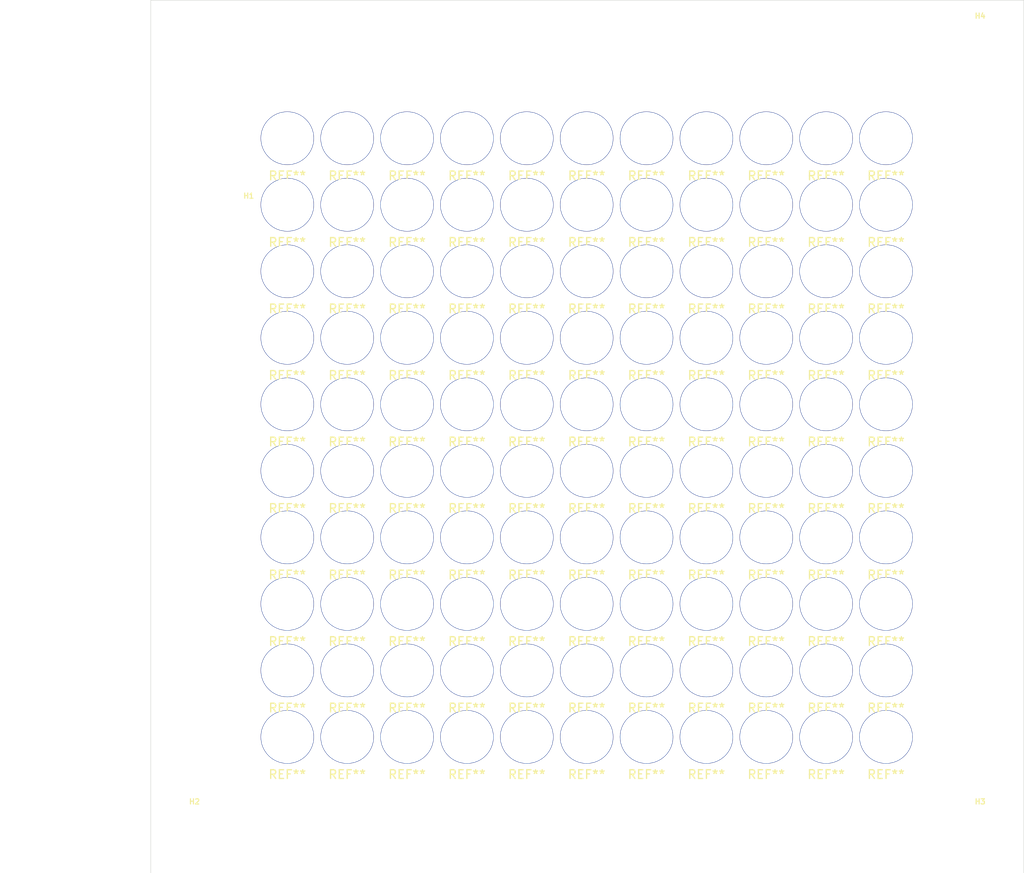
<source format=kicad_pcb>
(kicad_pcb (version 20171130) (host pcbnew "(5.1.4)-1")

  (general
    (thickness 1.6)
    (drawings 9)
    (tracks 0)
    (zones 0)
    (modules 114)
    (nets 1)
  )

  (page A4)
  (layers
    (0 F.Cu signal)
    (31 B.Cu signal)
    (32 B.Adhes user)
    (33 F.Adhes user)
    (34 B.Paste user)
    (35 F.Paste user)
    (36 B.SilkS user)
    (37 F.SilkS user)
    (38 B.Mask user)
    (39 F.Mask user)
    (40 Dwgs.User user)
    (41 Cmts.User user)
    (42 Eco1.User user)
    (43 Eco2.User user hide)
    (44 Edge.Cuts user)
    (45 Margin user)
    (46 B.CrtYd user hide)
    (47 F.CrtYd user hide)
    (48 B.Fab user hide)
    (49 F.Fab user hide)
  )

  (setup
    (last_trace_width 0.25)
    (trace_clearance 0.2)
    (zone_clearance 0.1524)
    (zone_45_only no)
    (trace_min 0.1524)
    (via_size 0.8)
    (via_drill 0.4)
    (via_min_size 0.6)
    (via_min_drill 0.3)
    (uvia_size 0.3)
    (uvia_drill 0.1)
    (uvias_allowed no)
    (uvia_min_size 0.2)
    (uvia_min_drill 0.1)
    (edge_width 0.05)
    (segment_width 0.13)
    (pcb_text_width 0.13)
    (pcb_text_size 0.6 0.6)
    (mod_edge_width 0.13)
    (mod_text_size 0.6 0.6)
    (mod_text_width 0.13)
    (pad_size 6 6)
    (pad_drill 3)
    (pad_to_mask_clearance 0.051)
    (solder_mask_min_width 0.25)
    (aux_axis_origin 99 139)
    (grid_origin 99 139)
    (visible_elements 7FFFFFFF)
    (pcbplotparams
      (layerselection 0x010fc_ffffffff)
      (usegerberextensions false)
      (usegerberattributes false)
      (usegerberadvancedattributes false)
      (creategerberjobfile false)
      (excludeedgelayer true)
      (linewidth 0.100000)
      (plotframeref false)
      (viasonmask false)
      (mode 1)
      (useauxorigin false)
      (hpglpennumber 1)
      (hpglpenspeed 20)
      (hpglpendiameter 15.000000)
      (psnegative false)
      (psa4output false)
      (plotreference true)
      (plotvalue true)
      (plotinvisibletext false)
      (padsonsilk false)
      (subtractmaskfromsilk false)
      (outputformat 1)
      (mirror false)
      (drillshape 0)
      (scaleselection 1)
      (outputdirectory "../fabrication/v0.2.0/"))
  )

  (net 0 "")

  (net_class Default "This is the default net class."
    (clearance 0.2)
    (trace_width 0.25)
    (via_dia 0.8)
    (via_drill 0.4)
    (uvia_dia 0.3)
    (uvia_drill 0.1)
  )

  (net_class 24V ""
    (clearance 0.2)
    (trace_width 0.25)
    (via_dia 0.8)
    (via_drill 0.4)
    (uvia_dia 0.3)
    (uvia_drill 0.1)
  )

  (net_class 3V3 ""
    (clearance 0.2)
    (trace_width 0.25)
    (via_dia 0.8)
    (via_drill 0.4)
    (uvia_dia 0.3)
    (uvia_drill 0.1)
  )

  (net_class 5V ""
    (clearance 0.2)
    (trace_width 0.25)
    (via_dia 0.8)
    (via_drill 0.4)
    (uvia_dia 0.3)
    (uvia_drill 0.1)
  )

  (module william_fab:ws2812b-mini_hole (layer F.Cu) (tedit 5DF1ACF3) (tstamp 5DF2560D)
    (at 84.2172 84.39)
    (fp_text reference REF** (at 0 4.3) (layer F.SilkS)
      (effects (font (size 1 1) (thickness 0.15)))
    )
    (fp_text value ws2812b-mini_hole (at 0.3 -6.35) (layer F.Fab)
      (effects (font (size 1 1) (thickness 0.15)))
    )
    (pad 1 thru_hole circle (at 0 0) (size 6.1 6.1) (drill 6) (layers *.Cu *.Mask))
  )

  (module william_fab:ws2812b-mini_hole (layer F.Cu) (tedit 5DF1ACF3) (tstamp 5DF25605)
    (at 77.3592 84.39)
    (fp_text reference REF** (at 0 4.3) (layer F.SilkS)
      (effects (font (size 1 1) (thickness 0.15)))
    )
    (fp_text value ws2812b-mini_hole (at 0.3 -6.35) (layer F.Fab)
      (effects (font (size 1 1) (thickness 0.15)))
    )
    (pad 1 thru_hole circle (at 0 0) (size 6.1 6.1) (drill 6) (layers *.Cu *.Mask))
  )

  (module william_fab:ws2812b-mini_hole (layer F.Cu) (tedit 5DF1ACF3) (tstamp 5DF255FD)
    (at 70.5012 84.39)
    (fp_text reference REF** (at 0 4.3) (layer F.SilkS)
      (effects (font (size 1 1) (thickness 0.15)))
    )
    (fp_text value ws2812b-mini_hole (at 0.3 -6.35) (layer F.Fab)
      (effects (font (size 1 1) (thickness 0.15)))
    )
    (pad 1 thru_hole circle (at 0 0) (size 6.1 6.1) (drill 6) (layers *.Cu *.Mask))
  )

  (module william_fab:ws2812b-mini_hole (layer F.Cu) (tedit 5DF1ACF3) (tstamp 5DF255F5)
    (at 63.6432 84.39)
    (fp_text reference REF** (at 0 4.3) (layer F.SilkS)
      (effects (font (size 1 1) (thickness 0.15)))
    )
    (fp_text value ws2812b-mini_hole (at 0.3 -6.35) (layer F.Fab)
      (effects (font (size 1 1) (thickness 0.15)))
    )
    (pad 1 thru_hole circle (at 0 0) (size 6.1 6.1) (drill 6) (layers *.Cu *.Mask))
  )

  (module william_fab:ws2812b-mini_hole (layer F.Cu) (tedit 5DF1ACF3) (tstamp 5DF255ED)
    (at 56.7852 84.39)
    (fp_text reference REF** (at 0 4.3) (layer F.SilkS)
      (effects (font (size 1 1) (thickness 0.15)))
    )
    (fp_text value ws2812b-mini_hole (at 0.3 -6.35) (layer F.Fab)
      (effects (font (size 1 1) (thickness 0.15)))
    )
    (pad 1 thru_hole circle (at 0 0) (size 6.1 6.1) (drill 6) (layers *.Cu *.Mask))
  )

  (module william_fab:ws2812b-mini_hole (layer F.Cu) (tedit 5DF1ACF3) (tstamp 5DF255E5)
    (at 49.9272 84.39)
    (fp_text reference REF** (at 0 4.3) (layer F.SilkS)
      (effects (font (size 1 1) (thickness 0.15)))
    )
    (fp_text value ws2812b-mini_hole (at 0.3 -6.35) (layer F.Fab)
      (effects (font (size 1 1) (thickness 0.15)))
    )
    (pad 1 thru_hole circle (at 0 0) (size 6.1 6.1) (drill 6) (layers *.Cu *.Mask))
  )

  (module william_fab:ws2812b-mini_hole (layer F.Cu) (tedit 5DF1ACF3) (tstamp 5DF255DD)
    (at 43.0692 84.39)
    (fp_text reference REF** (at 0 4.3) (layer F.SilkS)
      (effects (font (size 1 1) (thickness 0.15)))
    )
    (fp_text value ws2812b-mini_hole (at 0.3 -6.35) (layer F.Fab)
      (effects (font (size 1 1) (thickness 0.15)))
    )
    (pad 1 thru_hole circle (at 0 0) (size 6.1 6.1) (drill 6) (layers *.Cu *.Mask))
  )

  (module william_fab:ws2812b-mini_hole (layer F.Cu) (tedit 5DF1ACF3) (tstamp 5DF255D5)
    (at 36.2112 84.39)
    (fp_text reference REF** (at 0 4.3) (layer F.SilkS)
      (effects (font (size 1 1) (thickness 0.15)))
    )
    (fp_text value ws2812b-mini_hole (at 0.3 -6.35) (layer F.Fab)
      (effects (font (size 1 1) (thickness 0.15)))
    )
    (pad 1 thru_hole circle (at 0 0) (size 6.1 6.1) (drill 6) (layers *.Cu *.Mask))
  )

  (module william_fab:ws2812b-mini_hole (layer F.Cu) (tedit 5DF1ACF3) (tstamp 5DF255CD)
    (at 29.3532 84.39)
    (fp_text reference REF** (at 0 4.3) (layer F.SilkS)
      (effects (font (size 1 1) (thickness 0.15)))
    )
    (fp_text value ws2812b-mini_hole (at 0.3 -6.35) (layer F.Fab)
      (effects (font (size 1 1) (thickness 0.15)))
    )
    (pad 1 thru_hole circle (at 0 0) (size 6.1 6.1) (drill 6) (layers *.Cu *.Mask))
  )

  (module william_fab:ws2812b-mini_hole (layer F.Cu) (tedit 5DF1ACF3) (tstamp 5DF255C5)
    (at 22.4952 84.39)
    (fp_text reference REF** (at 0 4.3) (layer F.SilkS)
      (effects (font (size 1 1) (thickness 0.15)))
    )
    (fp_text value ws2812b-mini_hole (at 0.3 -6.35) (layer F.Fab)
      (effects (font (size 1 1) (thickness 0.15)))
    )
    (pad 1 thru_hole circle (at 0 0) (size 6.1 6.1) (drill 6) (layers *.Cu *.Mask))
  )

  (module william_fab:ws2812b-mini_hole (layer F.Cu) (tedit 5DF1ACF3) (tstamp 5DF255BD)
    (at 15.6372 84.39)
    (fp_text reference REF** (at 0 4.3) (layer F.SilkS)
      (effects (font (size 1 1) (thickness 0.15)))
    )
    (fp_text value ws2812b-mini_hole (at 0.3 -6.35) (layer F.Fab)
      (effects (font (size 1 1) (thickness 0.15)))
    )
    (pad 1 thru_hole circle (at 0 0) (size 6.1 6.1) (drill 6) (layers *.Cu *.Mask))
  )

  (module william_fab:ws2812b-mini_hole (layer F.Cu) (tedit 5DF1ACF3) (tstamp 5DF255B5)
    (at 84.2172 76.77)
    (fp_text reference REF** (at 0 4.3) (layer F.SilkS)
      (effects (font (size 1 1) (thickness 0.15)))
    )
    (fp_text value ws2812b-mini_hole (at 0.3 -6.35) (layer F.Fab)
      (effects (font (size 1 1) (thickness 0.15)))
    )
    (pad 1 thru_hole circle (at 0 0) (size 6.1 6.1) (drill 6) (layers *.Cu *.Mask))
  )

  (module william_fab:ws2812b-mini_hole (layer F.Cu) (tedit 5DF1ACF3) (tstamp 5DF255AD)
    (at 77.3592 76.77)
    (fp_text reference REF** (at 0 4.3) (layer F.SilkS)
      (effects (font (size 1 1) (thickness 0.15)))
    )
    (fp_text value ws2812b-mini_hole (at 0.3 -6.35) (layer F.Fab)
      (effects (font (size 1 1) (thickness 0.15)))
    )
    (pad 1 thru_hole circle (at 0 0) (size 6.1 6.1) (drill 6) (layers *.Cu *.Mask))
  )

  (module william_fab:ws2812b-mini_hole (layer F.Cu) (tedit 5DF1ACF3) (tstamp 5DF255A5)
    (at 70.5012 76.77)
    (fp_text reference REF** (at 0 4.3) (layer F.SilkS)
      (effects (font (size 1 1) (thickness 0.15)))
    )
    (fp_text value ws2812b-mini_hole (at 0.3 -6.35) (layer F.Fab)
      (effects (font (size 1 1) (thickness 0.15)))
    )
    (pad 1 thru_hole circle (at 0 0) (size 6.1 6.1) (drill 6) (layers *.Cu *.Mask))
  )

  (module william_fab:ws2812b-mini_hole (layer F.Cu) (tedit 5DF1ACF3) (tstamp 5DF2559D)
    (at 63.6432 76.77)
    (fp_text reference REF** (at 0 4.3) (layer F.SilkS)
      (effects (font (size 1 1) (thickness 0.15)))
    )
    (fp_text value ws2812b-mini_hole (at 0.3 -6.35) (layer F.Fab)
      (effects (font (size 1 1) (thickness 0.15)))
    )
    (pad 1 thru_hole circle (at 0 0) (size 6.1 6.1) (drill 6) (layers *.Cu *.Mask))
  )

  (module william_fab:ws2812b-mini_hole (layer F.Cu) (tedit 5DF1ACF3) (tstamp 5DF25595)
    (at 56.7852 76.77)
    (fp_text reference REF** (at 0 4.3) (layer F.SilkS)
      (effects (font (size 1 1) (thickness 0.15)))
    )
    (fp_text value ws2812b-mini_hole (at 0.3 -6.35) (layer F.Fab)
      (effects (font (size 1 1) (thickness 0.15)))
    )
    (pad 1 thru_hole circle (at 0 0) (size 6.1 6.1) (drill 6) (layers *.Cu *.Mask))
  )

  (module william_fab:ws2812b-mini_hole (layer F.Cu) (tedit 5DF1ACF3) (tstamp 5DF2558D)
    (at 49.9272 76.77)
    (fp_text reference REF** (at 0 4.3) (layer F.SilkS)
      (effects (font (size 1 1) (thickness 0.15)))
    )
    (fp_text value ws2812b-mini_hole (at 0.3 -6.35) (layer F.Fab)
      (effects (font (size 1 1) (thickness 0.15)))
    )
    (pad 1 thru_hole circle (at 0 0) (size 6.1 6.1) (drill 6) (layers *.Cu *.Mask))
  )

  (module william_fab:ws2812b-mini_hole (layer F.Cu) (tedit 5DF1ACF3) (tstamp 5DF25585)
    (at 43.0692 76.77)
    (fp_text reference REF** (at 0 4.3) (layer F.SilkS)
      (effects (font (size 1 1) (thickness 0.15)))
    )
    (fp_text value ws2812b-mini_hole (at 0.3 -6.35) (layer F.Fab)
      (effects (font (size 1 1) (thickness 0.15)))
    )
    (pad 1 thru_hole circle (at 0 0) (size 6.1 6.1) (drill 6) (layers *.Cu *.Mask))
  )

  (module william_fab:ws2812b-mini_hole (layer F.Cu) (tedit 5DF1ACF3) (tstamp 5DF2557D)
    (at 36.2112 76.77)
    (fp_text reference REF** (at 0 4.3) (layer F.SilkS)
      (effects (font (size 1 1) (thickness 0.15)))
    )
    (fp_text value ws2812b-mini_hole (at 0.3 -6.35) (layer F.Fab)
      (effects (font (size 1 1) (thickness 0.15)))
    )
    (pad 1 thru_hole circle (at 0 0) (size 6.1 6.1) (drill 6) (layers *.Cu *.Mask))
  )

  (module william_fab:ws2812b-mini_hole (layer F.Cu) (tedit 5DF1ACF3) (tstamp 5DF25575)
    (at 29.3532 76.77)
    (fp_text reference REF** (at 0 4.3) (layer F.SilkS)
      (effects (font (size 1 1) (thickness 0.15)))
    )
    (fp_text value ws2812b-mini_hole (at 0.3 -6.35) (layer F.Fab)
      (effects (font (size 1 1) (thickness 0.15)))
    )
    (pad 1 thru_hole circle (at 0 0) (size 6.1 6.1) (drill 6) (layers *.Cu *.Mask))
  )

  (module william_fab:ws2812b-mini_hole (layer F.Cu) (tedit 5DF1ACF3) (tstamp 5DF2556D)
    (at 22.4952 76.77)
    (fp_text reference REF** (at 0 4.3) (layer F.SilkS)
      (effects (font (size 1 1) (thickness 0.15)))
    )
    (fp_text value ws2812b-mini_hole (at 0.3 -6.35) (layer F.Fab)
      (effects (font (size 1 1) (thickness 0.15)))
    )
    (pad 1 thru_hole circle (at 0 0) (size 6.1 6.1) (drill 6) (layers *.Cu *.Mask))
  )

  (module william_fab:ws2812b-mini_hole (layer F.Cu) (tedit 5DF1ACF3) (tstamp 5DF25565)
    (at 15.6372 76.77)
    (fp_text reference REF** (at 0 4.3) (layer F.SilkS)
      (effects (font (size 1 1) (thickness 0.15)))
    )
    (fp_text value ws2812b-mini_hole (at 0.3 -6.35) (layer F.Fab)
      (effects (font (size 1 1) (thickness 0.15)))
    )
    (pad 1 thru_hole circle (at 0 0) (size 6.1 6.1) (drill 6) (layers *.Cu *.Mask))
  )

  (module william_fab:ws2812b-mini_hole (layer F.Cu) (tedit 5DF1ACF3) (tstamp 5DF2555D)
    (at 84.2172 69.15)
    (fp_text reference REF** (at 0 4.3) (layer F.SilkS)
      (effects (font (size 1 1) (thickness 0.15)))
    )
    (fp_text value ws2812b-mini_hole (at 0.3 -6.35) (layer F.Fab)
      (effects (font (size 1 1) (thickness 0.15)))
    )
    (pad 1 thru_hole circle (at 0 0) (size 6.1 6.1) (drill 6) (layers *.Cu *.Mask))
  )

  (module william_fab:ws2812b-mini_hole (layer F.Cu) (tedit 5DF1ACF3) (tstamp 5DF25555)
    (at 77.3592 69.15)
    (fp_text reference REF** (at 0 4.3) (layer F.SilkS)
      (effects (font (size 1 1) (thickness 0.15)))
    )
    (fp_text value ws2812b-mini_hole (at 0.3 -6.35) (layer F.Fab)
      (effects (font (size 1 1) (thickness 0.15)))
    )
    (pad 1 thru_hole circle (at 0 0) (size 6.1 6.1) (drill 6) (layers *.Cu *.Mask))
  )

  (module william_fab:ws2812b-mini_hole (layer F.Cu) (tedit 5DF1ACF3) (tstamp 5DF2554D)
    (at 70.5012 69.15)
    (fp_text reference REF** (at 0 4.3) (layer F.SilkS)
      (effects (font (size 1 1) (thickness 0.15)))
    )
    (fp_text value ws2812b-mini_hole (at 0.3 -6.35) (layer F.Fab)
      (effects (font (size 1 1) (thickness 0.15)))
    )
    (pad 1 thru_hole circle (at 0 0) (size 6.1 6.1) (drill 6) (layers *.Cu *.Mask))
  )

  (module william_fab:ws2812b-mini_hole (layer F.Cu) (tedit 5DF1ACF3) (tstamp 5DF25545)
    (at 63.6432 69.15)
    (fp_text reference REF** (at 0 4.3) (layer F.SilkS)
      (effects (font (size 1 1) (thickness 0.15)))
    )
    (fp_text value ws2812b-mini_hole (at 0.3 -6.35) (layer F.Fab)
      (effects (font (size 1 1) (thickness 0.15)))
    )
    (pad 1 thru_hole circle (at 0 0) (size 6.1 6.1) (drill 6) (layers *.Cu *.Mask))
  )

  (module william_fab:ws2812b-mini_hole (layer F.Cu) (tedit 5DF1ACF3) (tstamp 5DF2553D)
    (at 56.7852 69.15)
    (fp_text reference REF** (at 0 4.3) (layer F.SilkS)
      (effects (font (size 1 1) (thickness 0.15)))
    )
    (fp_text value ws2812b-mini_hole (at 0.3 -6.35) (layer F.Fab)
      (effects (font (size 1 1) (thickness 0.15)))
    )
    (pad 1 thru_hole circle (at 0 0) (size 6.1 6.1) (drill 6) (layers *.Cu *.Mask))
  )

  (module william_fab:ws2812b-mini_hole (layer F.Cu) (tedit 5DF1ACF3) (tstamp 5DF25535)
    (at 49.9272 69.15)
    (fp_text reference REF** (at 0 4.3) (layer F.SilkS)
      (effects (font (size 1 1) (thickness 0.15)))
    )
    (fp_text value ws2812b-mini_hole (at 0.3 -6.35) (layer F.Fab)
      (effects (font (size 1 1) (thickness 0.15)))
    )
    (pad 1 thru_hole circle (at 0 0) (size 6.1 6.1) (drill 6) (layers *.Cu *.Mask))
  )

  (module william_fab:ws2812b-mini_hole (layer F.Cu) (tedit 5DF1ACF3) (tstamp 5DF2552D)
    (at 43.0692 69.15)
    (fp_text reference REF** (at 0 4.3) (layer F.SilkS)
      (effects (font (size 1 1) (thickness 0.15)))
    )
    (fp_text value ws2812b-mini_hole (at 0.3 -6.35) (layer F.Fab)
      (effects (font (size 1 1) (thickness 0.15)))
    )
    (pad 1 thru_hole circle (at 0 0) (size 6.1 6.1) (drill 6) (layers *.Cu *.Mask))
  )

  (module william_fab:ws2812b-mini_hole (layer F.Cu) (tedit 5DF1ACF3) (tstamp 5DF25525)
    (at 36.2112 69.15)
    (fp_text reference REF** (at 0 4.3) (layer F.SilkS)
      (effects (font (size 1 1) (thickness 0.15)))
    )
    (fp_text value ws2812b-mini_hole (at 0.3 -6.35) (layer F.Fab)
      (effects (font (size 1 1) (thickness 0.15)))
    )
    (pad 1 thru_hole circle (at 0 0) (size 6.1 6.1) (drill 6) (layers *.Cu *.Mask))
  )

  (module william_fab:ws2812b-mini_hole (layer F.Cu) (tedit 5DF1ACF3) (tstamp 5DF2551D)
    (at 29.3532 69.15)
    (fp_text reference REF** (at 0 4.3) (layer F.SilkS)
      (effects (font (size 1 1) (thickness 0.15)))
    )
    (fp_text value ws2812b-mini_hole (at 0.3 -6.35) (layer F.Fab)
      (effects (font (size 1 1) (thickness 0.15)))
    )
    (pad 1 thru_hole circle (at 0 0) (size 6.1 6.1) (drill 6) (layers *.Cu *.Mask))
  )

  (module william_fab:ws2812b-mini_hole (layer F.Cu) (tedit 5DF1ACF3) (tstamp 5DF25515)
    (at 22.4952 69.15)
    (fp_text reference REF** (at 0 4.3) (layer F.SilkS)
      (effects (font (size 1 1) (thickness 0.15)))
    )
    (fp_text value ws2812b-mini_hole (at 0.3 -6.35) (layer F.Fab)
      (effects (font (size 1 1) (thickness 0.15)))
    )
    (pad 1 thru_hole circle (at 0 0) (size 6.1 6.1) (drill 6) (layers *.Cu *.Mask))
  )

  (module william_fab:ws2812b-mini_hole (layer F.Cu) (tedit 5DF1ACF3) (tstamp 5DF2550D)
    (at 15.6372 69.15)
    (fp_text reference REF** (at 0 4.3) (layer F.SilkS)
      (effects (font (size 1 1) (thickness 0.15)))
    )
    (fp_text value ws2812b-mini_hole (at 0.3 -6.35) (layer F.Fab)
      (effects (font (size 1 1) (thickness 0.15)))
    )
    (pad 1 thru_hole circle (at 0 0) (size 6.1 6.1) (drill 6) (layers *.Cu *.Mask))
  )

  (module william_fab:ws2812b-mini_hole (layer F.Cu) (tedit 5DF1ACF3) (tstamp 5DF25505)
    (at 84.2172 61.53)
    (fp_text reference REF** (at 0 4.3) (layer F.SilkS)
      (effects (font (size 1 1) (thickness 0.15)))
    )
    (fp_text value ws2812b-mini_hole (at 0.3 -6.35) (layer F.Fab)
      (effects (font (size 1 1) (thickness 0.15)))
    )
    (pad 1 thru_hole circle (at 0 0) (size 6.1 6.1) (drill 6) (layers *.Cu *.Mask))
  )

  (module william_fab:ws2812b-mini_hole (layer F.Cu) (tedit 5DF1ACF3) (tstamp 5DF254FD)
    (at 77.3592 61.53)
    (fp_text reference REF** (at 0 4.3) (layer F.SilkS)
      (effects (font (size 1 1) (thickness 0.15)))
    )
    (fp_text value ws2812b-mini_hole (at 0.3 -6.35) (layer F.Fab)
      (effects (font (size 1 1) (thickness 0.15)))
    )
    (pad 1 thru_hole circle (at 0 0) (size 6.1 6.1) (drill 6) (layers *.Cu *.Mask))
  )

  (module william_fab:ws2812b-mini_hole (layer F.Cu) (tedit 5DF1ACF3) (tstamp 5DF254F5)
    (at 70.5012 61.53)
    (fp_text reference REF** (at 0 4.3) (layer F.SilkS)
      (effects (font (size 1 1) (thickness 0.15)))
    )
    (fp_text value ws2812b-mini_hole (at 0.3 -6.35) (layer F.Fab)
      (effects (font (size 1 1) (thickness 0.15)))
    )
    (pad 1 thru_hole circle (at 0 0) (size 6.1 6.1) (drill 6) (layers *.Cu *.Mask))
  )

  (module william_fab:ws2812b-mini_hole (layer F.Cu) (tedit 5DF1ACF3) (tstamp 5DF254ED)
    (at 63.6432 61.53)
    (fp_text reference REF** (at 0 4.3) (layer F.SilkS)
      (effects (font (size 1 1) (thickness 0.15)))
    )
    (fp_text value ws2812b-mini_hole (at 0.3 -6.35) (layer F.Fab)
      (effects (font (size 1 1) (thickness 0.15)))
    )
    (pad 1 thru_hole circle (at 0 0) (size 6.1 6.1) (drill 6) (layers *.Cu *.Mask))
  )

  (module william_fab:ws2812b-mini_hole (layer F.Cu) (tedit 5DF1ACF3) (tstamp 5DF254E5)
    (at 56.7852 61.53)
    (fp_text reference REF** (at 0 4.3) (layer F.SilkS)
      (effects (font (size 1 1) (thickness 0.15)))
    )
    (fp_text value ws2812b-mini_hole (at 0.3 -6.35) (layer F.Fab)
      (effects (font (size 1 1) (thickness 0.15)))
    )
    (pad 1 thru_hole circle (at 0 0) (size 6.1 6.1) (drill 6) (layers *.Cu *.Mask))
  )

  (module william_fab:ws2812b-mini_hole (layer F.Cu) (tedit 5DF1ACF3) (tstamp 5DF254DD)
    (at 49.9272 61.53)
    (fp_text reference REF** (at 0 4.3) (layer F.SilkS)
      (effects (font (size 1 1) (thickness 0.15)))
    )
    (fp_text value ws2812b-mini_hole (at 0.3 -6.35) (layer F.Fab)
      (effects (font (size 1 1) (thickness 0.15)))
    )
    (pad 1 thru_hole circle (at 0 0) (size 6.1 6.1) (drill 6) (layers *.Cu *.Mask))
  )

  (module william_fab:ws2812b-mini_hole (layer F.Cu) (tedit 5DF1ACF3) (tstamp 5DF254D5)
    (at 43.0692 61.53)
    (fp_text reference REF** (at 0 4.3) (layer F.SilkS)
      (effects (font (size 1 1) (thickness 0.15)))
    )
    (fp_text value ws2812b-mini_hole (at 0.3 -6.35) (layer F.Fab)
      (effects (font (size 1 1) (thickness 0.15)))
    )
    (pad 1 thru_hole circle (at 0 0) (size 6.1 6.1) (drill 6) (layers *.Cu *.Mask))
  )

  (module william_fab:ws2812b-mini_hole (layer F.Cu) (tedit 5DF1ACF3) (tstamp 5DF254CD)
    (at 36.2112 61.53)
    (fp_text reference REF** (at 0 4.3) (layer F.SilkS)
      (effects (font (size 1 1) (thickness 0.15)))
    )
    (fp_text value ws2812b-mini_hole (at 0.3 -6.35) (layer F.Fab)
      (effects (font (size 1 1) (thickness 0.15)))
    )
    (pad 1 thru_hole circle (at 0 0) (size 6.1 6.1) (drill 6) (layers *.Cu *.Mask))
  )

  (module william_fab:ws2812b-mini_hole (layer F.Cu) (tedit 5DF1ACF3) (tstamp 5DF254C5)
    (at 29.3532 61.53)
    (fp_text reference REF** (at 0 4.3) (layer F.SilkS)
      (effects (font (size 1 1) (thickness 0.15)))
    )
    (fp_text value ws2812b-mini_hole (at 0.3 -6.35) (layer F.Fab)
      (effects (font (size 1 1) (thickness 0.15)))
    )
    (pad 1 thru_hole circle (at 0 0) (size 6.1 6.1) (drill 6) (layers *.Cu *.Mask))
  )

  (module william_fab:ws2812b-mini_hole (layer F.Cu) (tedit 5DF1ACF3) (tstamp 5DF254BD)
    (at 22.4952 61.53)
    (fp_text reference REF** (at 0 4.3) (layer F.SilkS)
      (effects (font (size 1 1) (thickness 0.15)))
    )
    (fp_text value ws2812b-mini_hole (at 0.3 -6.35) (layer F.Fab)
      (effects (font (size 1 1) (thickness 0.15)))
    )
    (pad 1 thru_hole circle (at 0 0) (size 6.1 6.1) (drill 6) (layers *.Cu *.Mask))
  )

  (module william_fab:ws2812b-mini_hole (layer F.Cu) (tedit 5DF1ACF3) (tstamp 5DF254B5)
    (at 15.6372 61.53)
    (fp_text reference REF** (at 0 4.3) (layer F.SilkS)
      (effects (font (size 1 1) (thickness 0.15)))
    )
    (fp_text value ws2812b-mini_hole (at 0.3 -6.35) (layer F.Fab)
      (effects (font (size 1 1) (thickness 0.15)))
    )
    (pad 1 thru_hole circle (at 0 0) (size 6.1 6.1) (drill 6) (layers *.Cu *.Mask))
  )

  (module william_fab:ws2812b-mini_hole (layer F.Cu) (tedit 5DF1ACF3) (tstamp 5DF254AD)
    (at 84.2172 53.91)
    (fp_text reference REF** (at 0 4.3) (layer F.SilkS)
      (effects (font (size 1 1) (thickness 0.15)))
    )
    (fp_text value ws2812b-mini_hole (at 0.3 -6.35) (layer F.Fab)
      (effects (font (size 1 1) (thickness 0.15)))
    )
    (pad 1 thru_hole circle (at 0 0) (size 6.1 6.1) (drill 6) (layers *.Cu *.Mask))
  )

  (module william_fab:ws2812b-mini_hole (layer F.Cu) (tedit 5DF1ACF3) (tstamp 5DF254A5)
    (at 77.3592 53.91)
    (fp_text reference REF** (at 0 4.3) (layer F.SilkS)
      (effects (font (size 1 1) (thickness 0.15)))
    )
    (fp_text value ws2812b-mini_hole (at 0.3 -6.35) (layer F.Fab)
      (effects (font (size 1 1) (thickness 0.15)))
    )
    (pad 1 thru_hole circle (at 0 0) (size 6.1 6.1) (drill 6) (layers *.Cu *.Mask))
  )

  (module william_fab:ws2812b-mini_hole (layer F.Cu) (tedit 5DF1ACF3) (tstamp 5DF2549D)
    (at 70.5012 53.91)
    (fp_text reference REF** (at 0 4.3) (layer F.SilkS)
      (effects (font (size 1 1) (thickness 0.15)))
    )
    (fp_text value ws2812b-mini_hole (at 0.3 -6.35) (layer F.Fab)
      (effects (font (size 1 1) (thickness 0.15)))
    )
    (pad 1 thru_hole circle (at 0 0) (size 6.1 6.1) (drill 6) (layers *.Cu *.Mask))
  )

  (module william_fab:ws2812b-mini_hole (layer F.Cu) (tedit 5DF1ACF3) (tstamp 5DF25495)
    (at 63.6432 53.91)
    (fp_text reference REF** (at 0 4.3) (layer F.SilkS)
      (effects (font (size 1 1) (thickness 0.15)))
    )
    (fp_text value ws2812b-mini_hole (at 0.3 -6.35) (layer F.Fab)
      (effects (font (size 1 1) (thickness 0.15)))
    )
    (pad 1 thru_hole circle (at 0 0) (size 6.1 6.1) (drill 6) (layers *.Cu *.Mask))
  )

  (module william_fab:ws2812b-mini_hole (layer F.Cu) (tedit 5DF1ACF3) (tstamp 5DF2548D)
    (at 56.7852 53.91)
    (fp_text reference REF** (at 0 4.3) (layer F.SilkS)
      (effects (font (size 1 1) (thickness 0.15)))
    )
    (fp_text value ws2812b-mini_hole (at 0.3 -6.35) (layer F.Fab)
      (effects (font (size 1 1) (thickness 0.15)))
    )
    (pad 1 thru_hole circle (at 0 0) (size 6.1 6.1) (drill 6) (layers *.Cu *.Mask))
  )

  (module william_fab:ws2812b-mini_hole (layer F.Cu) (tedit 5DF1ACF3) (tstamp 5DF25485)
    (at 49.9272 53.91)
    (fp_text reference REF** (at 0 4.3) (layer F.SilkS)
      (effects (font (size 1 1) (thickness 0.15)))
    )
    (fp_text value ws2812b-mini_hole (at 0.3 -6.35) (layer F.Fab)
      (effects (font (size 1 1) (thickness 0.15)))
    )
    (pad 1 thru_hole circle (at 0 0) (size 6.1 6.1) (drill 6) (layers *.Cu *.Mask))
  )

  (module william_fab:ws2812b-mini_hole (layer F.Cu) (tedit 5DF1ACF3) (tstamp 5DF2547D)
    (at 43.0692 53.91)
    (fp_text reference REF** (at 0 4.3) (layer F.SilkS)
      (effects (font (size 1 1) (thickness 0.15)))
    )
    (fp_text value ws2812b-mini_hole (at 0.3 -6.35) (layer F.Fab)
      (effects (font (size 1 1) (thickness 0.15)))
    )
    (pad 1 thru_hole circle (at 0 0) (size 6.1 6.1) (drill 6) (layers *.Cu *.Mask))
  )

  (module william_fab:ws2812b-mini_hole (layer F.Cu) (tedit 5DF1ACF3) (tstamp 5DF25475)
    (at 36.2112 53.91)
    (fp_text reference REF** (at 0 4.3) (layer F.SilkS)
      (effects (font (size 1 1) (thickness 0.15)))
    )
    (fp_text value ws2812b-mini_hole (at 0.3 -6.35) (layer F.Fab)
      (effects (font (size 1 1) (thickness 0.15)))
    )
    (pad 1 thru_hole circle (at 0 0) (size 6.1 6.1) (drill 6) (layers *.Cu *.Mask))
  )

  (module william_fab:ws2812b-mini_hole (layer F.Cu) (tedit 5DF1ACF3) (tstamp 5DF2546D)
    (at 29.3532 53.91)
    (fp_text reference REF** (at 0 4.3) (layer F.SilkS)
      (effects (font (size 1 1) (thickness 0.15)))
    )
    (fp_text value ws2812b-mini_hole (at 0.3 -6.35) (layer F.Fab)
      (effects (font (size 1 1) (thickness 0.15)))
    )
    (pad 1 thru_hole circle (at 0 0) (size 6.1 6.1) (drill 6) (layers *.Cu *.Mask))
  )

  (module william_fab:ws2812b-mini_hole (layer F.Cu) (tedit 5DF1ACF3) (tstamp 5DF25465)
    (at 22.4952 53.91)
    (fp_text reference REF** (at 0 4.3) (layer F.SilkS)
      (effects (font (size 1 1) (thickness 0.15)))
    )
    (fp_text value ws2812b-mini_hole (at 0.3 -6.35) (layer F.Fab)
      (effects (font (size 1 1) (thickness 0.15)))
    )
    (pad 1 thru_hole circle (at 0 0) (size 6.1 6.1) (drill 6) (layers *.Cu *.Mask))
  )

  (module william_fab:ws2812b-mini_hole (layer F.Cu) (tedit 5DF1ACF3) (tstamp 5DF2545D)
    (at 15.6372 53.91)
    (fp_text reference REF** (at 0 4.3) (layer F.SilkS)
      (effects (font (size 1 1) (thickness 0.15)))
    )
    (fp_text value ws2812b-mini_hole (at 0.3 -6.35) (layer F.Fab)
      (effects (font (size 1 1) (thickness 0.15)))
    )
    (pad 1 thru_hole circle (at 0 0) (size 6.1 6.1) (drill 6) (layers *.Cu *.Mask))
  )

  (module william_fab:ws2812b-mini_hole (layer F.Cu) (tedit 5DF1ACF3) (tstamp 5DF25455)
    (at 84.2172 46.29)
    (fp_text reference REF** (at 0 4.3) (layer F.SilkS)
      (effects (font (size 1 1) (thickness 0.15)))
    )
    (fp_text value ws2812b-mini_hole (at 0.3 -6.35) (layer F.Fab)
      (effects (font (size 1 1) (thickness 0.15)))
    )
    (pad 1 thru_hole circle (at 0 0) (size 6.1 6.1) (drill 6) (layers *.Cu *.Mask))
  )

  (module william_fab:ws2812b-mini_hole (layer F.Cu) (tedit 5DF1ACF3) (tstamp 5DF2544D)
    (at 77.3592 46.29)
    (fp_text reference REF** (at 0 4.3) (layer F.SilkS)
      (effects (font (size 1 1) (thickness 0.15)))
    )
    (fp_text value ws2812b-mini_hole (at 0.3 -6.35) (layer F.Fab)
      (effects (font (size 1 1) (thickness 0.15)))
    )
    (pad 1 thru_hole circle (at 0 0) (size 6.1 6.1) (drill 6) (layers *.Cu *.Mask))
  )

  (module william_fab:ws2812b-mini_hole (layer F.Cu) (tedit 5DF1ACF3) (tstamp 5DF25445)
    (at 70.5012 46.29)
    (fp_text reference REF** (at 0 4.3) (layer F.SilkS)
      (effects (font (size 1 1) (thickness 0.15)))
    )
    (fp_text value ws2812b-mini_hole (at 0.3 -6.35) (layer F.Fab)
      (effects (font (size 1 1) (thickness 0.15)))
    )
    (pad 1 thru_hole circle (at 0 0) (size 6.1 6.1) (drill 6) (layers *.Cu *.Mask))
  )

  (module william_fab:ws2812b-mini_hole (layer F.Cu) (tedit 5DF1ACF3) (tstamp 5DF2543D)
    (at 63.6432 46.29)
    (fp_text reference REF** (at 0 4.3) (layer F.SilkS)
      (effects (font (size 1 1) (thickness 0.15)))
    )
    (fp_text value ws2812b-mini_hole (at 0.3 -6.35) (layer F.Fab)
      (effects (font (size 1 1) (thickness 0.15)))
    )
    (pad 1 thru_hole circle (at 0 0) (size 6.1 6.1) (drill 6) (layers *.Cu *.Mask))
  )

  (module william_fab:ws2812b-mini_hole (layer F.Cu) (tedit 5DF1ACF3) (tstamp 5DF25435)
    (at 56.7852 46.29)
    (fp_text reference REF** (at 0 4.3) (layer F.SilkS)
      (effects (font (size 1 1) (thickness 0.15)))
    )
    (fp_text value ws2812b-mini_hole (at 0.3 -6.35) (layer F.Fab)
      (effects (font (size 1 1) (thickness 0.15)))
    )
    (pad 1 thru_hole circle (at 0 0) (size 6.1 6.1) (drill 6) (layers *.Cu *.Mask))
  )

  (module william_fab:ws2812b-mini_hole (layer F.Cu) (tedit 5DF1ACF3) (tstamp 5DF2542D)
    (at 49.9272 46.29)
    (fp_text reference REF** (at 0 4.3) (layer F.SilkS)
      (effects (font (size 1 1) (thickness 0.15)))
    )
    (fp_text value ws2812b-mini_hole (at 0.3 -6.35) (layer F.Fab)
      (effects (font (size 1 1) (thickness 0.15)))
    )
    (pad 1 thru_hole circle (at 0 0) (size 6.1 6.1) (drill 6) (layers *.Cu *.Mask))
  )

  (module william_fab:ws2812b-mini_hole (layer F.Cu) (tedit 5DF1ACF3) (tstamp 5DF25425)
    (at 43.0692 46.29)
    (fp_text reference REF** (at 0 4.3) (layer F.SilkS)
      (effects (font (size 1 1) (thickness 0.15)))
    )
    (fp_text value ws2812b-mini_hole (at 0.3 -6.35) (layer F.Fab)
      (effects (font (size 1 1) (thickness 0.15)))
    )
    (pad 1 thru_hole circle (at 0 0) (size 6.1 6.1) (drill 6) (layers *.Cu *.Mask))
  )

  (module william_fab:ws2812b-mini_hole (layer F.Cu) (tedit 5DF1ACF3) (tstamp 5DF2541D)
    (at 36.2112 46.29)
    (fp_text reference REF** (at 0 4.3) (layer F.SilkS)
      (effects (font (size 1 1) (thickness 0.15)))
    )
    (fp_text value ws2812b-mini_hole (at 0.3 -6.35) (layer F.Fab)
      (effects (font (size 1 1) (thickness 0.15)))
    )
    (pad 1 thru_hole circle (at 0 0) (size 6.1 6.1) (drill 6) (layers *.Cu *.Mask))
  )

  (module william_fab:ws2812b-mini_hole (layer F.Cu) (tedit 5DF1ACF3) (tstamp 5DF25415)
    (at 29.3532 46.29)
    (fp_text reference REF** (at 0 4.3) (layer F.SilkS)
      (effects (font (size 1 1) (thickness 0.15)))
    )
    (fp_text value ws2812b-mini_hole (at 0.3 -6.35) (layer F.Fab)
      (effects (font (size 1 1) (thickness 0.15)))
    )
    (pad 1 thru_hole circle (at 0 0) (size 6.1 6.1) (drill 6) (layers *.Cu *.Mask))
  )

  (module william_fab:ws2812b-mini_hole (layer F.Cu) (tedit 5DF1ACF3) (tstamp 5DF2540D)
    (at 22.4952 46.29)
    (fp_text reference REF** (at 0 4.3) (layer F.SilkS)
      (effects (font (size 1 1) (thickness 0.15)))
    )
    (fp_text value ws2812b-mini_hole (at 0.3 -6.35) (layer F.Fab)
      (effects (font (size 1 1) (thickness 0.15)))
    )
    (pad 1 thru_hole circle (at 0 0) (size 6.1 6.1) (drill 6) (layers *.Cu *.Mask))
  )

  (module william_fab:ws2812b-mini_hole (layer F.Cu) (tedit 5DF1ACF3) (tstamp 5DF25405)
    (at 15.6372 46.29)
    (fp_text reference REF** (at 0 4.3) (layer F.SilkS)
      (effects (font (size 1 1) (thickness 0.15)))
    )
    (fp_text value ws2812b-mini_hole (at 0.3 -6.35) (layer F.Fab)
      (effects (font (size 1 1) (thickness 0.15)))
    )
    (pad 1 thru_hole circle (at 0 0) (size 6.1 6.1) (drill 6) (layers *.Cu *.Mask))
  )

  (module william_fab:ws2812b-mini_hole (layer F.Cu) (tedit 5DF1ACF3) (tstamp 5DF253FD)
    (at 84.2172 38.67)
    (fp_text reference REF** (at 0 4.3) (layer F.SilkS)
      (effects (font (size 1 1) (thickness 0.15)))
    )
    (fp_text value ws2812b-mini_hole (at 0.3 -6.35) (layer F.Fab)
      (effects (font (size 1 1) (thickness 0.15)))
    )
    (pad 1 thru_hole circle (at 0 0) (size 6.1 6.1) (drill 6) (layers *.Cu *.Mask))
  )

  (module william_fab:ws2812b-mini_hole (layer F.Cu) (tedit 5DF1ACF3) (tstamp 5DF253F5)
    (at 77.3592 38.67)
    (fp_text reference REF** (at 0 4.3) (layer F.SilkS)
      (effects (font (size 1 1) (thickness 0.15)))
    )
    (fp_text value ws2812b-mini_hole (at 0.3 -6.35) (layer F.Fab)
      (effects (font (size 1 1) (thickness 0.15)))
    )
    (pad 1 thru_hole circle (at 0 0) (size 6.1 6.1) (drill 6) (layers *.Cu *.Mask))
  )

  (module william_fab:ws2812b-mini_hole (layer F.Cu) (tedit 5DF1ACF3) (tstamp 5DF253ED)
    (at 70.5012 38.67)
    (fp_text reference REF** (at 0 4.3) (layer F.SilkS)
      (effects (font (size 1 1) (thickness 0.15)))
    )
    (fp_text value ws2812b-mini_hole (at 0.3 -6.35) (layer F.Fab)
      (effects (font (size 1 1) (thickness 0.15)))
    )
    (pad 1 thru_hole circle (at 0 0) (size 6.1 6.1) (drill 6) (layers *.Cu *.Mask))
  )

  (module william_fab:ws2812b-mini_hole (layer F.Cu) (tedit 5DF1ACF3) (tstamp 5DF253E5)
    (at 63.6432 38.67)
    (fp_text reference REF** (at 0 4.3) (layer F.SilkS)
      (effects (font (size 1 1) (thickness 0.15)))
    )
    (fp_text value ws2812b-mini_hole (at 0.3 -6.35) (layer F.Fab)
      (effects (font (size 1 1) (thickness 0.15)))
    )
    (pad 1 thru_hole circle (at 0 0) (size 6.1 6.1) (drill 6) (layers *.Cu *.Mask))
  )

  (module william_fab:ws2812b-mini_hole (layer F.Cu) (tedit 5DF1ACF3) (tstamp 5DF253DD)
    (at 56.7852 38.67)
    (fp_text reference REF** (at 0 4.3) (layer F.SilkS)
      (effects (font (size 1 1) (thickness 0.15)))
    )
    (fp_text value ws2812b-mini_hole (at 0.3 -6.35) (layer F.Fab)
      (effects (font (size 1 1) (thickness 0.15)))
    )
    (pad 1 thru_hole circle (at 0 0) (size 6.1 6.1) (drill 6) (layers *.Cu *.Mask))
  )

  (module william_fab:ws2812b-mini_hole (layer F.Cu) (tedit 5DF1ACF3) (tstamp 5DF253D5)
    (at 49.9272 38.67)
    (fp_text reference REF** (at 0 4.3) (layer F.SilkS)
      (effects (font (size 1 1) (thickness 0.15)))
    )
    (fp_text value ws2812b-mini_hole (at 0.3 -6.35) (layer F.Fab)
      (effects (font (size 1 1) (thickness 0.15)))
    )
    (pad 1 thru_hole circle (at 0 0) (size 6.1 6.1) (drill 6) (layers *.Cu *.Mask))
  )

  (module william_fab:ws2812b-mini_hole (layer F.Cu) (tedit 5DF1ACF3) (tstamp 5DF253CD)
    (at 43.0692 38.67)
    (fp_text reference REF** (at 0 4.3) (layer F.SilkS)
      (effects (font (size 1 1) (thickness 0.15)))
    )
    (fp_text value ws2812b-mini_hole (at 0.3 -6.35) (layer F.Fab)
      (effects (font (size 1 1) (thickness 0.15)))
    )
    (pad 1 thru_hole circle (at 0 0) (size 6.1 6.1) (drill 6) (layers *.Cu *.Mask))
  )

  (module william_fab:ws2812b-mini_hole (layer F.Cu) (tedit 5DF1ACF3) (tstamp 5DF253C5)
    (at 36.2112 38.67)
    (fp_text reference REF** (at 0 4.3) (layer F.SilkS)
      (effects (font (size 1 1) (thickness 0.15)))
    )
    (fp_text value ws2812b-mini_hole (at 0.3 -6.35) (layer F.Fab)
      (effects (font (size 1 1) (thickness 0.15)))
    )
    (pad 1 thru_hole circle (at 0 0) (size 6.1 6.1) (drill 6) (layers *.Cu *.Mask))
  )

  (module william_fab:ws2812b-mini_hole (layer F.Cu) (tedit 5DF1ACF3) (tstamp 5DF253BD)
    (at 29.3532 38.67)
    (fp_text reference REF** (at 0 4.3) (layer F.SilkS)
      (effects (font (size 1 1) (thickness 0.15)))
    )
    (fp_text value ws2812b-mini_hole (at 0.3 -6.35) (layer F.Fab)
      (effects (font (size 1 1) (thickness 0.15)))
    )
    (pad 1 thru_hole circle (at 0 0) (size 6.1 6.1) (drill 6) (layers *.Cu *.Mask))
  )

  (module william_fab:ws2812b-mini_hole (layer F.Cu) (tedit 5DF1ACF3) (tstamp 5DF253B5)
    (at 22.4952 38.67)
    (fp_text reference REF** (at 0 4.3) (layer F.SilkS)
      (effects (font (size 1 1) (thickness 0.15)))
    )
    (fp_text value ws2812b-mini_hole (at 0.3 -6.35) (layer F.Fab)
      (effects (font (size 1 1) (thickness 0.15)))
    )
    (pad 1 thru_hole circle (at 0 0) (size 6.1 6.1) (drill 6) (layers *.Cu *.Mask))
  )

  (module william_fab:ws2812b-mini_hole (layer F.Cu) (tedit 5DF1ACF3) (tstamp 5DF253AD)
    (at 15.6372 38.67)
    (fp_text reference REF** (at 0 4.3) (layer F.SilkS)
      (effects (font (size 1 1) (thickness 0.15)))
    )
    (fp_text value ws2812b-mini_hole (at 0.3 -6.35) (layer F.Fab)
      (effects (font (size 1 1) (thickness 0.15)))
    )
    (pad 1 thru_hole circle (at 0 0) (size 6.1 6.1) (drill 6) (layers *.Cu *.Mask))
  )

  (module william_fab:ws2812b-mini_hole (layer F.Cu) (tedit 5DF1ACF3) (tstamp 5DF253A5)
    (at 84.2172 31.05)
    (fp_text reference REF** (at 0 4.3) (layer F.SilkS)
      (effects (font (size 1 1) (thickness 0.15)))
    )
    (fp_text value ws2812b-mini_hole (at 0.3 -6.35) (layer F.Fab)
      (effects (font (size 1 1) (thickness 0.15)))
    )
    (pad 1 thru_hole circle (at 0 0) (size 6.1 6.1) (drill 6) (layers *.Cu *.Mask))
  )

  (module william_fab:ws2812b-mini_hole (layer F.Cu) (tedit 5DF1ACF3) (tstamp 5DF2539D)
    (at 77.3592 31.05)
    (fp_text reference REF** (at 0 4.3) (layer F.SilkS)
      (effects (font (size 1 1) (thickness 0.15)))
    )
    (fp_text value ws2812b-mini_hole (at 0.3 -6.35) (layer F.Fab)
      (effects (font (size 1 1) (thickness 0.15)))
    )
    (pad 1 thru_hole circle (at 0 0) (size 6.1 6.1) (drill 6) (layers *.Cu *.Mask))
  )

  (module william_fab:ws2812b-mini_hole (layer F.Cu) (tedit 5DF1ACF3) (tstamp 5DF25395)
    (at 70.5012 31.05)
    (fp_text reference REF** (at 0 4.3) (layer F.SilkS)
      (effects (font (size 1 1) (thickness 0.15)))
    )
    (fp_text value ws2812b-mini_hole (at 0.3 -6.35) (layer F.Fab)
      (effects (font (size 1 1) (thickness 0.15)))
    )
    (pad 1 thru_hole circle (at 0 0) (size 6.1 6.1) (drill 6) (layers *.Cu *.Mask))
  )

  (module william_fab:ws2812b-mini_hole (layer F.Cu) (tedit 5DF1ACF3) (tstamp 5DF2538D)
    (at 63.6432 31.05)
    (fp_text reference REF** (at 0 4.3) (layer F.SilkS)
      (effects (font (size 1 1) (thickness 0.15)))
    )
    (fp_text value ws2812b-mini_hole (at 0.3 -6.35) (layer F.Fab)
      (effects (font (size 1 1) (thickness 0.15)))
    )
    (pad 1 thru_hole circle (at 0 0) (size 6.1 6.1) (drill 6) (layers *.Cu *.Mask))
  )

  (module william_fab:ws2812b-mini_hole (layer F.Cu) (tedit 5DF1ACF3) (tstamp 5DF25385)
    (at 56.7852 31.05)
    (fp_text reference REF** (at 0 4.3) (layer F.SilkS)
      (effects (font (size 1 1) (thickness 0.15)))
    )
    (fp_text value ws2812b-mini_hole (at 0.3 -6.35) (layer F.Fab)
      (effects (font (size 1 1) (thickness 0.15)))
    )
    (pad 1 thru_hole circle (at 0 0) (size 6.1 6.1) (drill 6) (layers *.Cu *.Mask))
  )

  (module william_fab:ws2812b-mini_hole (layer F.Cu) (tedit 5DF1ACF3) (tstamp 5DF2537D)
    (at 49.9272 31.05)
    (fp_text reference REF** (at 0 4.3) (layer F.SilkS)
      (effects (font (size 1 1) (thickness 0.15)))
    )
    (fp_text value ws2812b-mini_hole (at 0.3 -6.35) (layer F.Fab)
      (effects (font (size 1 1) (thickness 0.15)))
    )
    (pad 1 thru_hole circle (at 0 0) (size 6.1 6.1) (drill 6) (layers *.Cu *.Mask))
  )

  (module william_fab:ws2812b-mini_hole (layer F.Cu) (tedit 5DF1ACF3) (tstamp 5DF25375)
    (at 43.0692 31.05)
    (fp_text reference REF** (at 0 4.3) (layer F.SilkS)
      (effects (font (size 1 1) (thickness 0.15)))
    )
    (fp_text value ws2812b-mini_hole (at 0.3 -6.35) (layer F.Fab)
      (effects (font (size 1 1) (thickness 0.15)))
    )
    (pad 1 thru_hole circle (at 0 0) (size 6.1 6.1) (drill 6) (layers *.Cu *.Mask))
  )

  (module william_fab:ws2812b-mini_hole (layer F.Cu) (tedit 5DF1ACF3) (tstamp 5DF2536D)
    (at 36.2112 31.05)
    (fp_text reference REF** (at 0 4.3) (layer F.SilkS)
      (effects (font (size 1 1) (thickness 0.15)))
    )
    (fp_text value ws2812b-mini_hole (at 0.3 -6.35) (layer F.Fab)
      (effects (font (size 1 1) (thickness 0.15)))
    )
    (pad 1 thru_hole circle (at 0 0) (size 6.1 6.1) (drill 6) (layers *.Cu *.Mask))
  )

  (module william_fab:ws2812b-mini_hole (layer F.Cu) (tedit 5DF1ACF3) (tstamp 5DF25365)
    (at 29.3532 31.05)
    (fp_text reference REF** (at 0 4.3) (layer F.SilkS)
      (effects (font (size 1 1) (thickness 0.15)))
    )
    (fp_text value ws2812b-mini_hole (at 0.3 -6.35) (layer F.Fab)
      (effects (font (size 1 1) (thickness 0.15)))
    )
    (pad 1 thru_hole circle (at 0 0) (size 6.1 6.1) (drill 6) (layers *.Cu *.Mask))
  )

  (module william_fab:ws2812b-mini_hole (layer F.Cu) (tedit 5DF1ACF3) (tstamp 5DF2535D)
    (at 22.4952 31.05)
    (fp_text reference REF** (at 0 4.3) (layer F.SilkS)
      (effects (font (size 1 1) (thickness 0.15)))
    )
    (fp_text value ws2812b-mini_hole (at 0.3 -6.35) (layer F.Fab)
      (effects (font (size 1 1) (thickness 0.15)))
    )
    (pad 1 thru_hole circle (at 0 0) (size 6.1 6.1) (drill 6) (layers *.Cu *.Mask))
  )

  (module william_fab:ws2812b-mini_hole (layer F.Cu) (tedit 5DF1ACF3) (tstamp 5DF25355)
    (at 15.6372 31.05)
    (fp_text reference REF** (at 0 4.3) (layer F.SilkS)
      (effects (font (size 1 1) (thickness 0.15)))
    )
    (fp_text value ws2812b-mini_hole (at 0.3 -6.35) (layer F.Fab)
      (effects (font (size 1 1) (thickness 0.15)))
    )
    (pad 1 thru_hole circle (at 0 0) (size 6.1 6.1) (drill 6) (layers *.Cu *.Mask))
  )

  (module william_fab:ws2812b-mini_hole (layer F.Cu) (tedit 5DF1ACF3) (tstamp 5DF2534D)
    (at 84.2172 23.43)
    (fp_text reference REF** (at 0 4.3) (layer F.SilkS)
      (effects (font (size 1 1) (thickness 0.15)))
    )
    (fp_text value ws2812b-mini_hole (at 0.3 -6.35) (layer F.Fab)
      (effects (font (size 1 1) (thickness 0.15)))
    )
    (pad 1 thru_hole circle (at 0 0) (size 6.1 6.1) (drill 6) (layers *.Cu *.Mask))
  )

  (module william_fab:ws2812b-mini_hole (layer F.Cu) (tedit 5DF1ACF3) (tstamp 5DF25345)
    (at 77.3592 23.43)
    (fp_text reference REF** (at 0 4.3) (layer F.SilkS)
      (effects (font (size 1 1) (thickness 0.15)))
    )
    (fp_text value ws2812b-mini_hole (at 0.3 -6.35) (layer F.Fab)
      (effects (font (size 1 1) (thickness 0.15)))
    )
    (pad 1 thru_hole circle (at 0 0) (size 6.1 6.1) (drill 6) (layers *.Cu *.Mask))
  )

  (module william_fab:ws2812b-mini_hole (layer F.Cu) (tedit 5DF1ACF3) (tstamp 5DF2533D)
    (at 70.5012 23.43)
    (fp_text reference REF** (at 0 4.3) (layer F.SilkS)
      (effects (font (size 1 1) (thickness 0.15)))
    )
    (fp_text value ws2812b-mini_hole (at 0.3 -6.35) (layer F.Fab)
      (effects (font (size 1 1) (thickness 0.15)))
    )
    (pad 1 thru_hole circle (at 0 0) (size 6.1 6.1) (drill 6) (layers *.Cu *.Mask))
  )

  (module william_fab:ws2812b-mini_hole (layer F.Cu) (tedit 5DF1ACF3) (tstamp 5DF25335)
    (at 63.6432 23.43)
    (fp_text reference REF** (at 0 4.3) (layer F.SilkS)
      (effects (font (size 1 1) (thickness 0.15)))
    )
    (fp_text value ws2812b-mini_hole (at 0.3 -6.35) (layer F.Fab)
      (effects (font (size 1 1) (thickness 0.15)))
    )
    (pad 1 thru_hole circle (at 0 0) (size 6.1 6.1) (drill 6) (layers *.Cu *.Mask))
  )

  (module william_fab:ws2812b-mini_hole (layer F.Cu) (tedit 5DF1ACF3) (tstamp 5DF2532D)
    (at 56.7852 23.43)
    (fp_text reference REF** (at 0 4.3) (layer F.SilkS)
      (effects (font (size 1 1) (thickness 0.15)))
    )
    (fp_text value ws2812b-mini_hole (at 0.3 -6.35) (layer F.Fab)
      (effects (font (size 1 1) (thickness 0.15)))
    )
    (pad 1 thru_hole circle (at 0 0) (size 6.1 6.1) (drill 6) (layers *.Cu *.Mask))
  )

  (module william_fab:ws2812b-mini_hole (layer F.Cu) (tedit 5DF1ACF3) (tstamp 5DF25325)
    (at 49.9272 23.43)
    (fp_text reference REF** (at 0 4.3) (layer F.SilkS)
      (effects (font (size 1 1) (thickness 0.15)))
    )
    (fp_text value ws2812b-mini_hole (at 0.3 -6.35) (layer F.Fab)
      (effects (font (size 1 1) (thickness 0.15)))
    )
    (pad 1 thru_hole circle (at 0 0) (size 6.1 6.1) (drill 6) (layers *.Cu *.Mask))
  )

  (module william_fab:ws2812b-mini_hole (layer F.Cu) (tedit 5DF1ACF3) (tstamp 5DF2531D)
    (at 43.0692 23.43)
    (fp_text reference REF** (at 0 4.3) (layer F.SilkS)
      (effects (font (size 1 1) (thickness 0.15)))
    )
    (fp_text value ws2812b-mini_hole (at 0.3 -6.35) (layer F.Fab)
      (effects (font (size 1 1) (thickness 0.15)))
    )
    (pad 1 thru_hole circle (at 0 0) (size 6.1 6.1) (drill 6) (layers *.Cu *.Mask))
  )

  (module william_fab:ws2812b-mini_hole (layer F.Cu) (tedit 5DF1ACF3) (tstamp 5DF25315)
    (at 36.2112 23.43)
    (fp_text reference REF** (at 0 4.3) (layer F.SilkS)
      (effects (font (size 1 1) (thickness 0.15)))
    )
    (fp_text value ws2812b-mini_hole (at 0.3 -6.35) (layer F.Fab)
      (effects (font (size 1 1) (thickness 0.15)))
    )
    (pad 1 thru_hole circle (at 0 0) (size 6.1 6.1) (drill 6) (layers *.Cu *.Mask))
  )

  (module william_fab:ws2812b-mini_hole (layer F.Cu) (tedit 5DF1ACF3) (tstamp 5DF2530D)
    (at 29.3532 23.43)
    (fp_text reference REF** (at 0 4.3) (layer F.SilkS)
      (effects (font (size 1 1) (thickness 0.15)))
    )
    (fp_text value ws2812b-mini_hole (at 0.3 -6.35) (layer F.Fab)
      (effects (font (size 1 1) (thickness 0.15)))
    )
    (pad 1 thru_hole circle (at 0 0) (size 6.1 6.1) (drill 6) (layers *.Cu *.Mask))
  )

  (module william_fab:ws2812b-mini_hole (layer F.Cu) (tedit 5DF1ACF3) (tstamp 5DF25305)
    (at 22.4952 23.43)
    (fp_text reference REF** (at 0 4.3) (layer F.SilkS)
      (effects (font (size 1 1) (thickness 0.15)))
    )
    (fp_text value ws2812b-mini_hole (at 0.3 -6.35) (layer F.Fab)
      (effects (font (size 1 1) (thickness 0.15)))
    )
    (pad 1 thru_hole circle (at 0 0) (size 6.1 6.1) (drill 6) (layers *.Cu *.Mask))
  )

  (module william_fab:ws2812b-mini_hole (layer F.Cu) (tedit 5DF1ACF3) (tstamp 5DF252FD)
    (at 15.6372 23.43)
    (fp_text reference REF** (at 0 4.3) (layer F.SilkS)
      (effects (font (size 1 1) (thickness 0.15)))
    )
    (fp_text value ws2812b-mini_hole (at 0.3 -6.35) (layer F.Fab)
      (effects (font (size 1 1) (thickness 0.15)))
    )
    (pad 1 thru_hole circle (at 0 0) (size 6.1 6.1) (drill 6) (layers *.Cu *.Mask))
  )

  (module william_fab:ws2812b-mini_hole (layer F.Cu) (tedit 5DF1ACF3) (tstamp 5DF252F5)
    (at 84.2172 15.81)
    (fp_text reference REF** (at 0 4.3) (layer F.SilkS)
      (effects (font (size 1 1) (thickness 0.15)))
    )
    (fp_text value ws2812b-mini_hole (at 0.3 -6.35) (layer F.Fab)
      (effects (font (size 1 1) (thickness 0.15)))
    )
    (pad 1 thru_hole circle (at 0 0) (size 6.1 6.1) (drill 6) (layers *.Cu *.Mask))
  )

  (module william_fab:ws2812b-mini_hole (layer F.Cu) (tedit 5DF1ACF3) (tstamp 5DF252ED)
    (at 77.3592 15.81)
    (fp_text reference REF** (at 0 4.3) (layer F.SilkS)
      (effects (font (size 1 1) (thickness 0.15)))
    )
    (fp_text value ws2812b-mini_hole (at 0.3 -6.35) (layer F.Fab)
      (effects (font (size 1 1) (thickness 0.15)))
    )
    (pad 1 thru_hole circle (at 0 0) (size 6.1 6.1) (drill 6) (layers *.Cu *.Mask))
  )

  (module william_fab:ws2812b-mini_hole (layer F.Cu) (tedit 5DF1ACF3) (tstamp 5DF252E5)
    (at 70.5012 15.81)
    (fp_text reference REF** (at 0 4.3) (layer F.SilkS)
      (effects (font (size 1 1) (thickness 0.15)))
    )
    (fp_text value ws2812b-mini_hole (at 0.3 -6.35) (layer F.Fab)
      (effects (font (size 1 1) (thickness 0.15)))
    )
    (pad 1 thru_hole circle (at 0 0) (size 6.1 6.1) (drill 6) (layers *.Cu *.Mask))
  )

  (module william_fab:ws2812b-mini_hole (layer F.Cu) (tedit 5DF1ACF3) (tstamp 5DF252DD)
    (at 63.6432 15.81)
    (fp_text reference REF** (at 0 4.3) (layer F.SilkS)
      (effects (font (size 1 1) (thickness 0.15)))
    )
    (fp_text value ws2812b-mini_hole (at 0.3 -6.35) (layer F.Fab)
      (effects (font (size 1 1) (thickness 0.15)))
    )
    (pad 1 thru_hole circle (at 0 0) (size 6.1 6.1) (drill 6) (layers *.Cu *.Mask))
  )

  (module william_fab:ws2812b-mini_hole (layer F.Cu) (tedit 5DF1ACF3) (tstamp 5DF252D5)
    (at 56.7852 15.81)
    (fp_text reference REF** (at 0 4.3) (layer F.SilkS)
      (effects (font (size 1 1) (thickness 0.15)))
    )
    (fp_text value ws2812b-mini_hole (at 0.3 -6.35) (layer F.Fab)
      (effects (font (size 1 1) (thickness 0.15)))
    )
    (pad 1 thru_hole circle (at 0 0) (size 6.1 6.1) (drill 6) (layers *.Cu *.Mask))
  )

  (module william_fab:ws2812b-mini_hole (layer F.Cu) (tedit 5DF1ACF3) (tstamp 5DF252CD)
    (at 49.9272 15.81)
    (fp_text reference REF** (at 0 4.3) (layer F.SilkS)
      (effects (font (size 1 1) (thickness 0.15)))
    )
    (fp_text value ws2812b-mini_hole (at 0.3 -6.35) (layer F.Fab)
      (effects (font (size 1 1) (thickness 0.15)))
    )
    (pad 1 thru_hole circle (at 0 0) (size 6.1 6.1) (drill 6) (layers *.Cu *.Mask))
  )

  (module william_fab:ws2812b-mini_hole (layer F.Cu) (tedit 5DF1ACF3) (tstamp 5DF252C5)
    (at 43.0692 15.81)
    (fp_text reference REF** (at 0 4.3) (layer F.SilkS)
      (effects (font (size 1 1) (thickness 0.15)))
    )
    (fp_text value ws2812b-mini_hole (at 0.3 -6.35) (layer F.Fab)
      (effects (font (size 1 1) (thickness 0.15)))
    )
    (pad 1 thru_hole circle (at 0 0) (size 6.1 6.1) (drill 6) (layers *.Cu *.Mask))
  )

  (module william_fab:ws2812b-mini_hole (layer F.Cu) (tedit 5DF1ACF3) (tstamp 5DF252BD)
    (at 36.2112 15.81)
    (fp_text reference REF** (at 0 4.3) (layer F.SilkS)
      (effects (font (size 1 1) (thickness 0.15)))
    )
    (fp_text value ws2812b-mini_hole (at 0.3 -6.35) (layer F.Fab)
      (effects (font (size 1 1) (thickness 0.15)))
    )
    (pad 1 thru_hole circle (at 0 0) (size 6.1 6.1) (drill 6) (layers *.Cu *.Mask))
  )

  (module william_fab:ws2812b-mini_hole (layer F.Cu) (tedit 5DF1ACF3) (tstamp 5DF252B5)
    (at 29.3532 15.81)
    (fp_text reference REF** (at 0 4.3) (layer F.SilkS)
      (effects (font (size 1 1) (thickness 0.15)))
    )
    (fp_text value ws2812b-mini_hole (at 0.3 -6.35) (layer F.Fab)
      (effects (font (size 1 1) (thickness 0.15)))
    )
    (pad 1 thru_hole circle (at 0 0) (size 6.1 6.1) (drill 6) (layers *.Cu *.Mask))
  )

  (module william_fab:ws2812b-mini_hole (layer F.Cu) (tedit 5DF1ACF3) (tstamp 5DF252AD)
    (at 22.4952 15.81)
    (fp_text reference REF** (at 0 4.3) (layer F.SilkS)
      (effects (font (size 1 1) (thickness 0.15)))
    )
    (fp_text value ws2812b-mini_hole (at 0.3 -6.35) (layer F.Fab)
      (effects (font (size 1 1) (thickness 0.15)))
    )
    (pad 1 thru_hole circle (at 0 0) (size 6.1 6.1) (drill 6) (layers *.Cu *.Mask))
  )

  (module william_fab:ws2812b-mini_hole (layer F.Cu) (tedit 5DF1ACF3) (tstamp 5DF23F53)
    (at 15.6372 15.81)
    (fp_text reference REF** (at 0 4.3) (layer F.SilkS)
      (effects (font (size 1 1) (thickness 0.15)))
    )
    (fp_text value ws2812b-mini_hole (at 0.3 -6.35) (layer F.Fab)
      (effects (font (size 1 1) (thickness 0.15)))
    )
    (pad 1 thru_hole circle (at 0 0) (size 6.1 6.1) (drill 6) (layers *.Cu *.Mask))
  )

  (module MountingHole:MountingHole_2.1mm (layer F.Cu) (tedit 5B924765) (tstamp 5DF09396)
    (at 95 5)
    (descr "Mounting Hole 2.1mm, no annular")
    (tags "mounting hole 2.1mm no annular")
    (path /5C5DFB20)
    (attr virtual)
    (fp_text reference H4 (at 0 -3.2) (layer F.SilkS)
      (effects (font (size 0.6 0.6) (thickness 0.13)))
    )
    (fp_text value MountingHole (at 0 3.2) (layer F.Fab)
      (effects (font (size 1 1) (thickness 0.15)))
    )
    (fp_circle (center 0 0) (end 2.35 0) (layer F.CrtYd) (width 0.05))
    (fp_circle (center 0 0) (end 2.1 0) (layer Cmts.User) (width 0.15))
    (fp_text user %R (at 0.3 0) (layer F.Fab)
      (effects (font (size 0.6 0.6) (thickness 0.13)))
    )
    (pad "" np_thru_hole circle (at 0 0) (size 2.1 2.1) (drill 2.1) (layers *.Cu *.Mask))
  )

  (module MountingHole:MountingHole_2.1mm (layer F.Cu) (tedit 5B924765) (tstamp 5DF09386)
    (at 95 95)
    (descr "Mounting Hole 2.1mm, no annular")
    (tags "mounting hole 2.1mm no annular")
    (path /5C5DFB1A)
    (attr virtual)
    (fp_text reference H3 (at 0 -3.2) (layer F.SilkS)
      (effects (font (size 0.6 0.6) (thickness 0.13)))
    )
    (fp_text value MountingHole (at 0 3.2) (layer F.Fab)
      (effects (font (size 1 1) (thickness 0.15)))
    )
    (fp_circle (center 0 0) (end 2.35 0) (layer F.CrtYd) (width 0.05))
    (fp_circle (center 0 0) (end 2.1 0) (layer Cmts.User) (width 0.15))
    (fp_text user %R (at 0.3 0) (layer F.Fab)
      (effects (font (size 0.6 0.6) (thickness 0.13)))
    )
    (pad "" np_thru_hole circle (at 0 0) (size 2.1 2.1) (drill 2.1) (layers *.Cu *.Mask))
  )

  (module MountingHole:MountingHole_2.1mm (layer F.Cu) (tedit 5B924765) (tstamp 5DF09376)
    (at 5 95)
    (descr "Mounting Hole 2.1mm, no annular")
    (tags "mounting hole 2.1mm no annular")
    (path /5C5DFAD0)
    (attr virtual)
    (fp_text reference H2 (at 0 -3.2) (layer F.SilkS)
      (effects (font (size 0.6 0.6) (thickness 0.13)))
    )
    (fp_text value MountingHole (at 0 3.2) (layer F.Fab)
      (effects (font (size 1 1) (thickness 0.15)))
    )
    (fp_circle (center 0 0) (end 2.35 0) (layer F.CrtYd) (width 0.05))
    (fp_circle (center 0 0) (end 2.1 0) (layer Cmts.User) (width 0.15))
    (fp_text user %R (at 0.3 0) (layer F.Fab)
      (effects (font (size 0.6 0.6) (thickness 0.13)))
    )
    (pad "" np_thru_hole circle (at 0 0) (size 2.1 2.1) (drill 2.1) (layers *.Cu *.Mask))
  )

  (module MountingHole:MountingHole_2.1mm (layer F.Cu) (tedit 5B924765) (tstamp 5DF09366)
    (at 7.814 22.414)
    (descr "Mounting Hole 2.1mm, no annular")
    (tags "mounting hole 2.1mm no annular")
    (path /5C5DF9D3)
    (attr virtual)
    (fp_text reference H1 (at 3.4 0) (layer F.SilkS)
      (effects (font (size 0.6 0.6) (thickness 0.13)))
    )
    (fp_text value MountingHole (at 0 3.2) (layer F.Fab)
      (effects (font (size 1 1) (thickness 0.15)))
    )
    (fp_circle (center 0 0) (end 2.35 0) (layer F.CrtYd) (width 0.05))
    (fp_circle (center 0 0) (end 2.1 0) (layer Cmts.User) (width 0.15))
    (fp_text user %R (at 0.3 0) (layer F.Fab)
      (effects (font (size 0.6 0.6) (thickness 0.13)))
    )
    (pad "" np_thru_hole circle (at 0 0) (size 2.1 2.1) (drill 2.1) (layers *.Cu *.Mask))
  )

  (dimension 7.62 (width 0.13) (layer Cmts.User)
    (gr_text "7.620 mm" (at -13.3351 14.7432 270) (layer Cmts.User)
      (effects (font (size 0.6 0.6) (thickness 0.13)))
    )
    (feature1 (pts (xy -16.2271 18.5532) (xy -13.608679 18.5532)))
    (feature2 (pts (xy -16.2271 10.9332) (xy -13.608679 10.9332)))
    (crossbar (pts (xy -14.1951 10.9332) (xy -14.1951 18.5532)))
    (arrow1a (pts (xy -14.1951 18.5532) (xy -14.781521 17.426696)))
    (arrow1b (pts (xy -14.1951 18.5532) (xy -13.608679 17.426696)))
    (arrow2a (pts (xy -14.1951 10.9332) (xy -14.781521 12.059704)))
    (arrow2b (pts (xy -14.1951 10.9332) (xy -13.608679 12.059704)))
  )
  (dimension 6.858 (width 0.13) (layer Cmts.User)
    (gr_text "6.858 mm" (at -8.4039 2.8469) (layer Cmts.User)
      (effects (font (size 0.6 0.6) (thickness 0.13)))
    )
    (feature1 (pts (xy -4.9749 7.5169) (xy -4.9749 3.120479)))
    (feature2 (pts (xy -11.8329 7.5169) (xy -11.8329 3.120479)))
    (crossbar (pts (xy -11.8329 3.7069) (xy -4.9749 3.7069)))
    (arrow1a (pts (xy -4.9749 3.7069) (xy -6.101404 4.293321)))
    (arrow1b (pts (xy -4.9749 3.7069) (xy -6.101404 3.120479)))
    (arrow2a (pts (xy -11.8329 3.7069) (xy -10.706396 4.293321)))
    (arrow2b (pts (xy -11.8329 3.7069) (xy -10.706396 3.120479)))
  )
  (gr_text "15.5737 x\n15.7846 Y" (at -6.9053 11.9111) (layer Eco1.User)
    (effects (font (size 1 1) (thickness 0.15)))
  )
  (gr_line (start 0 28) (end 0 0) (layer Edge.Cuts) (width 0.05) (tstamp 5DF205E4))
  (gr_line (start 0 100) (end 0 28) (layer Edge.Cuts) (width 0.05) (tstamp 5DF205E0))
  (gr_line (start 57.2805 100) (end 100 100) (layer Edge.Cuts) (width 0.05) (tstamp 5DFA1467))
  (gr_line (start 0 100) (end 57.2805 100) (layer Edge.Cuts) (width 0.05) (tstamp 5DFA1466))
  (gr_line (start 100 0) (end 100 100) (layer Edge.Cuts) (width 0.05) (tstamp 5DF63DB5))
  (gr_line (start 0 0) (end 100 0) (layer Edge.Cuts) (width 0.05) (tstamp 5DF63DB2))

)

</source>
